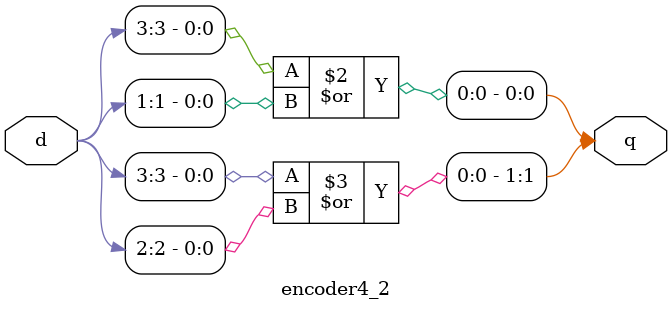
<source format=v>
`timescale 1ns / 1ps


module encoder4_2(
    input [3:0] d,
    output reg  [1:0] q
    );
    
    always @(*)
    begin
    
        q[0]=d[3]|d[1];
        q[1]=d[3]|d[2]; 
    
    end;    
    
endmodule

</source>
